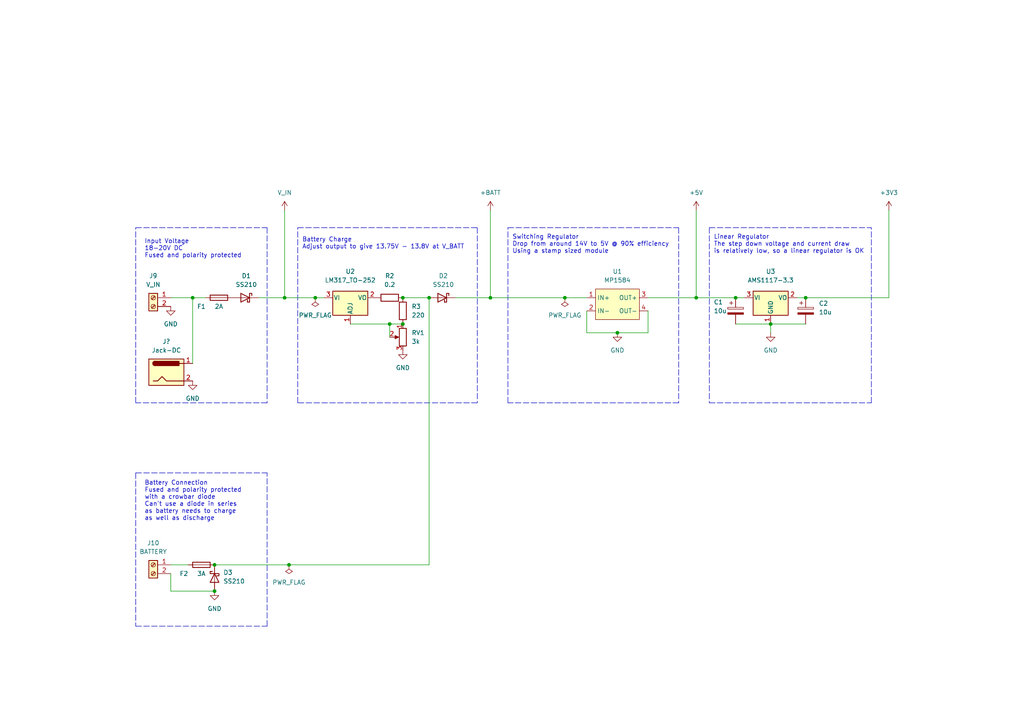
<source format=kicad_sch>
(kicad_sch (version 20211123) (generator eeschema)
  (paper "A4")
  (lib_symbols
    (symbol "Connector:Jack-DC" (pin_names (offset 1.016))
      (property "Reference" "J" (at 0 5.334 0))
      (property "Value" "Jack-DC" (at 0 -5.08 0))
      (symbol "Jack-DC_0_1"
        (rectangle (start -5.08 3.81) (end 5.08 -3.81) (stroke (width 0.254)) (fill (type background)))
        (arc (start -3.302 3.175) (mid -3.937 2.54) (end -3.302 1.905) (stroke (width 0.254)))
        (arc (start -3.302 3.175) (mid -3.937 2.54) (end -3.302 1.905) (stroke (width 0.254)) (fill (type outline)))
        (polyline (pts (xy 5.08 2.54) (xy 3.81 2.54)) (stroke (width 0.254)))
        (polyline (pts (xy -3.81 -2.54) (xy -2.54 -2.54) (xy -1.27 -1.27) (xy 0 -2.54) (xy 2.54 -2.54) (xy 5.08 -2.54)) (stroke (width 0.254)))
        (rectangle (start 3.683 3.175) (end -3.302 1.905) (stroke (width 0.254)) (fill (type outline)))
      )
      (symbol "Jack-DC_1_1"
        (pin passive line (at 7.62 2.54 180) (length 2.54) (name "~") (number "1"))
        (pin passive line (at 7.62 -2.54 180) (length 2.54) (name "~") (number "2"))
      )
    )
    (symbol "Connector:Screw_Terminal_01x02" (pin_names (offset 1.016) hide)
      (property "Reference" "J" (at 0 2.54 0))
      (property "Value" "Screw_Terminal_01x02" (at 0 -5.08 0))
      (symbol "Screw_Terminal_01x02_1_1"
        (rectangle (start -1.27 1.27) (end 1.27 -3.81) (stroke (width 0.254)) (fill (type background)))
        (circle (center 0 -2.54) (radius 0.635) (stroke (width 0.1524)))
        (polyline (pts (xy -0.5334 -2.2098) (xy 0.3302 -3.048)) (stroke (width 0.1524)))
        (polyline (pts (xy -0.5334 0.3302) (xy 0.3302 -0.508)) (stroke (width 0.1524)))
        (polyline (pts (xy -0.3556 -2.032) (xy 0.508 -2.8702)) (stroke (width 0.1524)))
        (polyline (pts (xy -0.3556 0.508) (xy 0.508 -0.3302)) (stroke (width 0.1524)))
        (circle (center 0 0) (radius 0.635) (stroke (width 0.1524)))
        (pin passive line (at -5.08 0 0) (length 3.81) (name "Pin_1") (number "1"))
        (pin passive line (at -5.08 -2.54 0) (length 3.81) (name "Pin_2") (number "2"))
      )
    )
    (symbol "Device:C_Polarized" (pin_numbers hide) (pin_names (offset 0.254))
      (property "Reference" "C" (at 0.635 2.54 0))
      (property "Value" "C_Polarized" (at 0.635 -2.54 0))
      (symbol "C_Polarized_0_1"
        (rectangle (start -2.286 0.508) (end 2.286 1.016))
        (polyline (pts (xy -1.778 2.286) (xy -0.762 2.286)))
        (polyline (pts (xy -1.27 2.794) (xy -1.27 1.778)))
        (rectangle (start 2.286 -0.508) (end -2.286 -1.016) (fill (type outline)))
      )
      (symbol "C_Polarized_1_1"
        (pin passive line (at 0 3.81 270) (length 2.794) (name "~") (number "1"))
        (pin passive line (at 0 -3.81 90) (length 2.794) (name "~") (number "2"))
      )
    )
    (symbol "Device:D_Schottky" (pin_numbers hide) (pin_names (offset 1.016) hide)
      (property "Reference" "D" (at 0 2.54 0))
      (property "Value" "D_Schottky" (at 0 -2.54 0))
      (symbol "D_Schottky_0_1"
        (polyline (pts (xy 1.27 0) (xy -1.27 0)))
        (polyline (pts (xy 1.27 1.27) (xy 1.27 -1.27) (xy -1.27 0) (xy 1.27 1.27)) (stroke (width 0.254)))
        (polyline (pts (xy -1.905 0.635) (xy -1.905 1.27) (xy -1.27 1.27) (xy -1.27 -1.27) (xy -0.635 -1.27) (xy -0.635 -0.635)) (stroke (width 0.254)))
      )
      (symbol "D_Schottky_1_1"
        (pin passive line (at -3.81 0 0) (length 2.54) (name "K") (number "1"))
        (pin passive line (at 3.81 0 180) (length 2.54) (name "A") (number "2"))
      )
    )
    (symbol "Device:Fuse" (pin_numbers hide) (pin_names (offset 0))
      (property "Reference" "F" (at 2.032 0 90))
      (property "Value" "Fuse" (at -1.905 0 90))
      (symbol "Fuse_0_1"
        (rectangle (start -0.762 -2.54) (end 0.762 2.54) (stroke (width 0.254)))
        (polyline (pts (xy 0 2.54) (xy 0 -2.54)))
      )
      (symbol "Fuse_1_1"
        (pin passive line (at 0 3.81 270) (length 1.27) (name "~") (number "1"))
        (pin passive line (at 0 -3.81 90) (length 1.27) (name "~") (number "2"))
      )
    )
    (symbol "Device:R" (pin_numbers hide) (pin_names (offset 0))
      (property "Reference" "R" (at 2.032 0 90))
      (property "Value" "R" (at 0 0 90))
      (symbol "R_0_1"
        (rectangle (start -1.016 -2.54) (end 1.016 2.54) (stroke (width 0.254)))
      )
      (symbol "R_1_1"
        (pin passive line (at 0 3.81 270) (length 1.27) (name "~") (number "1"))
        (pin passive line (at 0 -3.81 90) (length 1.27) (name "~") (number "2"))
      )
    )
    (symbol "Device:R_Potentiometer" (pin_names (offset 1.016) hide)
      (property "Reference" "RV" (at -4.445 0 90))
      (property "Value" "R_Potentiometer" (at -2.54 0 90))
      (symbol "R_Potentiometer_0_1"
        (polyline (pts (xy 2.54 0) (xy 1.524 0)))
        (polyline (pts (xy 1.143 0) (xy 2.286 0.508) (xy 2.286 -0.508) (xy 1.143 0)) (fill (type outline)))
        (rectangle (start 1.016 2.54) (end -1.016 -2.54) (stroke (width 0.254)))
      )
      (symbol "R_Potentiometer_1_1"
        (pin passive line (at 0 3.81 270) (length 1.27) (name "1") (number "1"))
        (pin passive line (at 3.81 0 180) (length 1.27) (name "2") (number "2"))
        (pin passive line (at 0 -3.81 90) (length 1.27) (name "3") (number "3"))
      )
    )
    (symbol "MP1584_Buck_Converter:MP1584"
      (property "Reference" "U" (at 0 2.54 0))
      (property "Value" "MP1584" (at 0 0 0))
      (symbol "MP1584_0_1"
        (rectangle (start -6.35 -1.27) (end 6.35 -10.16) (fill (type background)))
      )
      (symbol "MP1584_1_1"
        (pin power_in line (at -8.89 -3.81 0) (length 2.54) (name "IN+") (number "1"))
        (pin power_in line (at -8.89 -7.62 0) (length 2.54) (name "IN-") (number "2"))
        (pin power_out line (at 8.89 -3.81 180) (length 2.54) (name "OUT+") (number "3"))
        (pin power_out line (at 8.89 -7.62 180) (length 2.54) (name "OUT-") (number "4"))
      )
    )
    (symbol "Power:V_BATT" (power) (pin_names (offset 0))
      (property "Value" "V_BATT" (at 0 3.556 0))
      (symbol "V_BATT_0_1"
        (polyline (pts (xy -0.762 1.27) (xy 0 2.54)))
        (polyline (pts (xy 0 0) (xy 0 2.54)))
        (polyline (pts (xy 0 2.54) (xy 0.762 1.27)))
      )
      (symbol "V_BATT_1_1"
        (pin power_in line (at 0 0 90) (length 0) hide (name "+BATT") (number "1"))
      )
    )
    (symbol "Power:V_IN" (power) (pin_names (offset 0))
      (property "Value" "V_IN" (at 0 3.556 0))
      (symbol "V_IN_0_1"
        (polyline (pts (xy -0.762 1.27) (xy 0 2.54)))
        (polyline (pts (xy 0 0) (xy 0 2.54)))
        (polyline (pts (xy 0 2.54) (xy 0.762 1.27)))
      )
      (symbol "V_IN_1_1"
        (pin power_in line (at 0 0 90) (length 0) hide (name "V_IN") (number "1"))
      )
    )
    (symbol "Regulator_Linear:AMS1117-3.3" (pin_names (offset 0.254))
      (property "Reference" "U" (at -3.81 3.175 0))
      (property "Value" "AMS1117-3.3" (at 0 3.175 0))
      (symbol "AMS1117-3.3_0_1"
        (rectangle (start -5.08 -5.08) (end 5.08 1.905) (stroke (width 0.254)) (fill (type background)))
      )
      (symbol "AMS1117-3.3_1_1"
        (pin power_in line (at 0 -7.62 90) (length 2.54) (name "GND") (number "1"))
        (pin power_out line (at 7.62 0 180) (length 2.54) (name "VO") (number "2"))
        (pin power_in line (at -7.62 0 0) (length 2.54) (name "VI") (number "3"))
      )
    )
    (symbol "Regulator_Linear:LM317_TO-252" (pin_names (offset 0.254))
      (property "Reference" "U" (at -3.81 3.175 0))
      (property "Value" "LM317_TO-252" (at 0 3.175 0))
      (symbol "LM317_TO-252_0_1"
        (rectangle (start -5.08 1.905) (end 5.08 -5.08) (stroke (width 0.254)) (fill (type background)))
      )
      (symbol "LM317_TO-252_1_1"
        (pin input line (at 0 -7.62 90) (length 2.54) (name "ADJ") (number "1"))
        (pin power_out line (at 7.62 0 180) (length 2.54) (name "VO") (number "2"))
        (pin power_in line (at -7.62 0 0) (length 2.54) (name "VI") (number "3"))
      )
    )
    (symbol "power:+3V3" (power) (pin_names (offset 0))
      (property "Value" "+3V3" (at 0 3.556 0))
      (symbol "+3V3_0_1"
        (polyline (pts (xy -0.762 1.27) (xy 0 2.54)))
        (polyline (pts (xy 0 0) (xy 0 2.54)))
        (polyline (pts (xy 0 2.54) (xy 0.762 1.27)))
      )
      (symbol "+3V3_1_1"
        (pin power_in line (at 0 0 90) (length 0) hide (name "+3V3") (number "1"))
      )
    )
    (symbol "power:+5V" (power) (pin_names (offset 0))
      (property "Value" "+5V" (at 0 3.556 0))
      (symbol "+5V_0_1"
        (polyline (pts (xy -0.762 1.27) (xy 0 2.54)))
        (polyline (pts (xy 0 0) (xy 0 2.54)))
        (polyline (pts (xy 0 2.54) (xy 0.762 1.27)))
      )
      (symbol "+5V_1_1"
        (pin power_in line (at 0 0 90) (length 0) hide (name "+5V") (number "1"))
      )
    )
    (symbol "power:GND" (power) (pin_names (offset 0))
      (property "Value" "GND" (at 0 -3.81 0))
      (symbol "GND_0_1"
        (polyline (pts (xy 0 0) (xy 0 -1.27) (xy 1.27 -1.27) (xy 0 -2.54) (xy -1.27 -1.27) (xy 0 -1.27)))
      )
      (symbol "GND_1_1"
        (pin power_in line (at 0 0 270) (length 0) hide (name "GND") (number "1"))
      )
    )
    (symbol "power:PWR_FLAG" (power) (pin_numbers hide) (pin_names (offset 0) hide)
      (property "Value" "PWR_FLAG" (at 0 3.81 0))
      (symbol "PWR_FLAG_0_0"
        (pin power_out line (at 0 0 90) (length 0) (name "pwr") (number "1"))
      )
      (symbol "PWR_FLAG_0_1"
        (polyline (pts (xy 0 0) (xy 0 1.27) (xy -1.016 1.905) (xy 0 2.54) (xy 1.016 1.905) (xy 0 1.27)))
      )
    )
  )
  (junction (at 83.82 163.83))
  (junction (at 142.24 86.36))
  (junction (at 124.46 86.36))
  (junction (at 163.83 86.36))
  (junction (at 113.03 93.98))
  (junction (at 62.23 163.83))
  (junction (at 179.07 96.52))
  (junction (at 201.93 86.36))
  (junction (at 213.36 86.36))
  (junction (at 116.84 93.98))
  (junction (at 116.84 86.36))
  (junction (at 91.44 86.36))
  (junction (at 62.23 171.45))
  (junction (at 55.88 86.36))
  (junction (at 233.68 86.36))
  (junction (at 223.52 93.98))
  (junction (at 82.55 86.36))
  (wire (pts (xy 201.93 60.96) (xy 201.93 86.36)))
  (wire (pts (xy 124.46 86.36) (xy 124.46 163.83)))
  (wire (pts (xy 170.18 96.52) (xy 179.07 96.52)))
  (polyline (pts (xy 39.37 116.84) (xy 39.37 66.04)))
  (polyline (pts (xy 86.36 66.04) (xy 138.43 66.04)))
  (wire (pts (xy 257.81 60.96) (xy 257.81 86.36)))
  (wire (pts (xy 82.55 86.36) (xy 91.44 86.36)))
  (wire (pts (xy 83.82 163.83) (xy 124.46 163.83)))
  (polyline (pts (xy 196.85 116.84) (xy 147.32 116.84)))
  (wire (pts (xy 49.53 86.36) (xy 55.88 86.36)))
  (wire (pts (xy 187.96 90.17) (xy 187.96 96.52)))
  (wire (pts (xy 142.24 86.36) (xy 163.83 86.36)))
  (wire (pts (xy 49.53 163.83) (xy 54.61 163.83)))
  (polyline (pts (xy 205.74 66.04) (xy 205.74 116.84)))
  (wire (pts (xy 74.93 86.36) (xy 82.55 86.36)))
  (wire (pts (xy 62.23 171.45) (xy 49.53 171.45)))
  (polyline (pts (xy 39.37 181.61) (xy 77.47 181.61)))
  (polyline (pts (xy 205.74 66.04) (xy 252.73 66.04)))
  (polyline (pts (xy 77.47 66.04) (xy 77.47 116.84)))
  (wire (pts (xy 82.55 60.96) (xy 82.55 86.36)))
  (wire (pts (xy 187.96 96.52) (xy 179.07 96.52)))
  (wire (pts (xy 170.18 90.17) (xy 170.18 96.52)))
  (polyline (pts (xy 77.47 181.61) (xy 77.47 137.16)))
  (wire (pts (xy 101.6 93.98) (xy 113.03 93.98)))
  (wire (pts (xy 91.44 86.36) (xy 93.98 86.36)))
  (polyline (pts (xy 147.32 116.84) (xy 147.32 66.04)))
  (wire (pts (xy 116.84 86.36) (xy 124.46 86.36)))
  (wire (pts (xy 132.08 86.36) (xy 142.24 86.36)))
  (polyline (pts (xy 205.74 116.84) (xy 252.73 116.84)))
  (wire (pts (xy 142.24 60.96) (xy 142.24 86.36)))
  (wire (pts (xy 233.68 86.36) (xy 257.81 86.36)))
  (polyline (pts (xy 86.36 116.84) (xy 86.36 66.04)))
  (wire (pts (xy 223.52 93.98) (xy 223.52 96.52)))
  (wire (pts (xy 213.36 86.36) (xy 215.9 86.36)))
  (wire (pts (xy 113.03 93.98) (xy 113.03 97.79)))
  (wire (pts (xy 201.93 86.36) (xy 213.36 86.36)))
  (wire (pts (xy 116.84 93.98) (xy 113.03 93.98)))
  (polyline (pts (xy 138.43 66.04) (xy 138.43 116.84)))
  (wire (pts (xy 62.23 163.83) (xy 83.82 163.83)))
  (wire (pts (xy 55.88 86.36) (xy 59.69 86.36)))
  (wire (pts (xy 49.53 171.45) (xy 49.53 166.37)))
  (wire (pts (xy 213.36 93.98) (xy 223.52 93.98)))
  (polyline (pts (xy 77.47 116.84) (xy 39.37 116.84)))
  (polyline (pts (xy 39.37 66.04) (xy 77.47 66.04)))
  (wire (pts (xy 187.96 86.36) (xy 201.93 86.36)))
  (wire (pts (xy 231.14 86.36) (xy 233.68 86.36)))
  (wire (pts (xy 55.88 86.36) (xy 55.88 105.41)))
  (polyline (pts (xy 196.85 66.04) (xy 196.85 116.84)))
  (polyline (pts (xy 39.37 137.16) (xy 77.47 137.16)))
  (wire (pts (xy 163.83 86.36) (xy 170.18 86.36)))
  (wire (pts (xy 223.52 93.98) (xy 233.68 93.98)))
  (polyline (pts (xy 138.43 116.84) (xy 86.36 116.84)))
  (polyline (pts (xy 39.37 137.16) (xy 39.37 181.61)))
  (polyline (pts (xy 147.32 66.04) (xy 196.85 66.04)))
  (polyline (pts (xy 252.73 116.84) (xy 252.73 66.04)))
  (text "Battery Charge\nAdjust output to give 13.75V - 13.8V at V_BATT" (at 87.63 72.39 0) (effects (font (size 1.27 1.27)) (justify left bottom)))
  (text "Linear Regulator\nThe step down voltage and current draw\nis relatively low, so a linear regulator is OK" (at 207.01 73.66 0) (effects (font (size 1.27 1.27)) (justify left bottom)))
  (text "Battery Connection\nFused and polarity protected \nwith a crowbar diode\nCan't use a diode in series \nas battery needs to charge \nas well as discharge" (at 41.91 151.13 0) (effects (font (size 1.27 1.27)) (justify left bottom)))
  (text "Switching Regulator\nDrop from around 14V to 5V @ 90% efficiency\nUsing a stamp sized module" (at 148.59 73.66 0) (effects (font (size 1.27 1.27)) (justify left bottom)))
  (text "Input Voltage\n18-20V DC\nFused and polarity protected" (at 41.91 74.93 0) (effects (font (size 1.27 1.27)) (justify left bottom)))
  (symbol (lib_id "Device:Fuse") (at 63.5 86.36 270) (unit 1)
    (property "Reference" "F1" (at 58.42 88.9 90))
    (property "Value" "2A" (at 63.5 88.9 90))
    (property "Footprint" "Fuse:Fuseholder_Cylinder-5x20mm_Schurter_0031_8201_Horizontal_Open" (effects hide))
    (property "BUY" "C3130" (effects hide))
  )
  (symbol (lib_id "power:GND") (at 223.52 96.52 0) (unit 1)
    (property "Reference" "#PWR023" (effects hide))
    (property "Value" "GND" (at 223.52 101.6 0))
  )
  (symbol (lib_id "Device:R_Potentiometer") (at 116.84 97.79 0) (mirror y) (unit 1)
    (property "Reference" "RV1" (at 119.38 96.5199 0) (effects (justify right)))
    (property "Value" "3k" (at 119.38 99.0599 0) (effects (justify right)))
    (property "Footprint" "Potentiometer_THT:Potentiometer_Bourns_3296W_Vertical" (effects hide))
    (property "BUY" "https://www.ebay.co.uk/itm/114981515542" (effects hide))
  )
  (symbol (lib_id "power:PWR_FLAG") (at 163.83 86.36 0) (mirror x) (unit 1)
    (property "Reference" "#FLG02" (effects hide))
    (property "Value" "PWR_FLAG" (at 163.83 91.44 0))
  )
  (symbol (lib_id "power:GND") (at 116.84 101.6 0) (unit 1)
    (property "Reference" "#PWR024" (effects hide))
    (property "Value" "GND" (at 116.84 106.68 0))
  )
  (symbol (lib_id "Device:C_Polarized") (at 213.36 90.17 0) (unit 1)
    (property "Reference" "C1" (at 207.01 87.63 0) (effects (justify left)))
    (property "Value" "10u" (at 207.01 90.17 0) (effects (justify left)))
    (property "Footprint" "Capacitor_Tantalum_SMD:CP_EIA-3216-18_Kemet-A" (effects hide))
    (property "LCSC" "C7171" (effects hide))
    (property "JLCPCB_CORRECTION" "0; 0; 180" (effects hide))
  )
  (symbol (lib_id "power:+3V3") (at 257.81 60.96 0) (unit 1)
    (property "Reference" "#PWR020" (effects hide))
    (property "Value" "+3V3" (at 257.81 55.88 0))
  )
  (symbol (lib_id "Device:D_Schottky") (at 71.12 86.36 0) (mirror y) (unit 1)
    (property "Reference" "D1" (at 71.4375 80.01 0))
    (property "Value" "SS210" (at 71.4375 82.55 0))
    (property "Footprint" "Diode_SMD:D_SMA" (effects hide))
    (property "Datasheet" "https://datasheet.lcsc.com/lcsc/1811071613_MDD-Microdiode-Electronics--SS210_C14996.pdf" (effects hide))
    (property "LCSC" "C14996" (effects hide))
  )
  (symbol (lib_id "Power:V_IN") (at 82.55 60.96 0) (unit 1)
    (property "Reference" "#PWR017" (effects hide))
    (property "Value" "V_IN" (at 82.55 55.88 0))
  )
  (symbol (lib_id "Device:D_Schottky") (at 62.23 167.64 90) (mirror x) (unit 1)
    (property "Reference" "D3" (at 64.77 166.0524 90) (effects (justify right)))
    (property "Value" "SS210" (at 64.77 168.5924 90) (effects (justify right)))
    (property "Footprint" "Diode_SMD:D_SMA" (effects hide))
    (property "Datasheet" "https://datasheet.lcsc.com/lcsc/1811071613_MDD-Microdiode-Electronics--SS210_C14996.pdf" (effects hide))
    (property "LCSC" "C14996" (effects hide))
  )
  (symbol (lib_id "Regulator_Linear:LM317_TO-252") (at 101.6 86.36 0) (unit 1)
    (property "Reference" "U2" (at 101.6 78.74 0))
    (property "Value" "LM317_TO-252" (at 101.6 81.28 0))
    (property "Footprint" "Package_TO_SOT_SMD:TO-252-2" (effects hide))
    (property "Datasheet" "http://www.ti.com/lit/ds/snvs774n/snvs774n.pdf" (effects hide))
    (property "LCSC" "C75510" (effects hide))
  )
  (symbol (lib_id "power:PWR_FLAG") (at 83.82 163.83 0) (mirror x) (unit 1)
    (property "Reference" "#FLG0101" (effects hide))
    (property "Value" "PWR_FLAG" (at 83.82 168.91 0))
  )
  (symbol (lib_id "power:+5V") (at 201.93 60.96 0) (unit 1)
    (property "Reference" "#PWR019" (effects hide))
    (property "Value" "+5V" (at 201.93 55.88 0))
  )
  (symbol (lib_id "power:PWR_FLAG") (at 91.44 86.36 0) (mirror x) (unit 1)
    (property "Reference" "#FLG01" (effects hide))
    (property "Value" "PWR_FLAG" (at 91.44 91.44 0))
  )
  (symbol (lib_id "Connector:Screw_Terminal_01x02") (at 44.45 86.36 0) (mirror y) (unit 1)
    (property "Reference" "J9" (at 44.45 80.01 0))
    (property "Value" "V_IN" (at 44.45 82.55 0))
    (property "Footprint" "TerminalBlock_Phoenix:TerminalBlock_Phoenix_MPT-0,5-2-2.54_1x02_P2.54mm_Horizontal" (effects hide))
    (property "Datasheet" "https://datasheet.lcsc.com/lcsc/2201131330_DIBO-DB125-2-54-2P-GN_C918120.pdf" (effects hide))
    (property "BUY" "C918120" (effects hide))
  )
  (symbol (lib_id "Device:R") (at 116.84 90.17 0) (unit 1)
    (property "Reference" "R3" (at 119.38 88.8999 0) (effects (justify left)))
    (property "Value" "220" (at 119.38 91.4399 0) (effects (justify left)))
    (property "Footprint" "Resistor_SMD:R_0603_1608Metric" (effects hide))
    (property "LCSC" "C22962" (effects hide))
  )
  (symbol (lib_id "Power:V_BATT") (at 142.24 60.96 0) (unit 1)
    (property "Reference" "#PWR018" (effects hide))
    (property "Value" "V_BATT" (at 142.24 55.88 0))
  )
  (symbol (lib_id "MP1584_Buck_Converter:MP1584") (at 179.07 82.55 0) (unit 1)
    (property "Reference" "U1" (at 179.07 78.74 0))
    (property "Value" "MP1584" (at 179.07 81.28 0))
    (property "Footprint" "MP1584:MP1584" (effects hide))
  )
  (symbol (lib_id "Connector:Jack-DC") (at 48.26 107.95 0) (unit 1)
    (property "Reference" "J?" (at 48.26 99.06 0))
    (property "Value" "Jack-DC" (at 48.26 101.6 0))
  )
  (symbol (lib_id "Connector:Screw_Terminal_01x02") (at 44.45 163.83 0) (mirror y) (unit 1)
    (property "Reference" "J10" (at 44.45 157.48 0))
    (property "Value" "BATTERY" (at 44.45 160.02 0))
    (property "Footprint" "TerminalBlock_Phoenix:TerminalBlock_Phoenix_MPT-0,5-2-2.54_1x02_P2.54mm_Horizontal" (effects hide))
    (property "Datasheet" "https://datasheet.lcsc.com/lcsc/2201131330_DIBO-DB125-2-54-2P-GN_C918120.pdf" (effects hide))
    (property "BUY" "C918120" (effects hide))
  )
  (symbol (lib_id "Regulator_Linear:AMS1117-3.3") (at 223.52 86.36 0) (unit 1)
    (property "Reference" "U3" (at 223.52 78.74 0))
    (property "Value" "AMS1117-3.3" (at 223.52 81.28 0))
    (property "Footprint" "Package_TO_SOT_SMD:SOT-223-3_TabPin2" (effects hide))
    (property "Datasheet" "http://www.advanced-monolithic.com/pdf/ds1117.pdf" (effects hide))
    (property "LCSC" "C6186" (effects hide))
    (property "JLCPCB_CORRECTION" "0; 0; 180" (effects hide))
  )
  (symbol (lib_id "power:GND") (at 49.53 88.9 0) (unit 1)
    (property "Reference" "#PWR021" (effects hide))
    (property "Value" "GND" (at 49.53 93.98 0))
  )
  (symbol (lib_id "power:GND") (at 62.23 171.45 0) (unit 1)
    (property "Reference" "#PWR025" (effects hide))
    (property "Value" "GND" (at 62.23 176.53 0))
  )
  (symbol (lib_id "power:GND") (at 55.88 110.49 0) (unit 1)
    (property "Reference" "#PWR?" (effects hide))
    (property "Value" "GND" (at 55.88 115.57 0))
  )
  (symbol (lib_id "Device:Fuse") (at 58.42 163.83 270) (unit 1)
    (property "Reference" "F2" (at 53.34 166.37 90))
    (property "Value" "3A" (at 58.42 166.37 90))
    (property "Footprint" "Fuse:Fuseholder_Cylinder-5x20mm_Schurter_0031_8201_Horizontal_Open" (effects hide))
    (property "BUY" "C3130" (effects hide))
  )
  (symbol (lib_id "power:GND") (at 179.07 96.52 0) (unit 1)
    (property "Reference" "#PWR022" (effects hide))
    (property "Value" "GND" (at 179.07 101.6 0))
  )
  (symbol (lib_id "Device:R") (at 113.03 86.36 90) (unit 1)
    (property "Reference" "R2" (at 113.03 80.01 90))
    (property "Value" "0.2" (at 113.03 82.55 90))
    (property "Footprint" "Resistor_SMD:R_2512_6332Metric_Pad1.40x3.35mm_HandSolder" (effects hide))
    (property "Datasheet" "https://datasheet.lcsc.com/lcsc/2010141604_Milliohm-HoGT2512-2W-200mR-1-_C841782.pdf" (effects hide))
    (property "BUY" "C841782" (effects hide))
  )
  (symbol (lib_id "Device:D_Schottky") (at 128.27 86.36 0) (mirror y) (unit 1)
    (property "Reference" "D2" (at 128.5875 80.01 0))
    (property "Value" "SS210" (at 128.5875 82.55 0))
    (property "Footprint" "Diode_SMD:D_SMA" (effects hide))
    (property "Datasheet" "https://datasheet.lcsc.com/lcsc/1811071613_MDD-Microdiode-Electronics--SS210_C14996.pdf" (effects hide))
    (property "LCSC" "C14996" (effects hide))
  )
  (symbol (lib_id "Device:C_Polarized") (at 233.68 90.17 0) (unit 1)
    (property "Reference" "C2" (at 237.49 88.0109 0) (effects (justify left)))
    (property "Value" "10u" (at 237.49 90.5509 0) (effects (justify left)))
    (property "Footprint" "Capacitor_Tantalum_SMD:CP_EIA-3216-18_Kemet-A" (effects hide))
    (property "LCSC" "C7171" (effects hide))
    (property "JLCPCB_CORRECTION" "0; 0; 180" (effects hide))
  )
)
</source>
